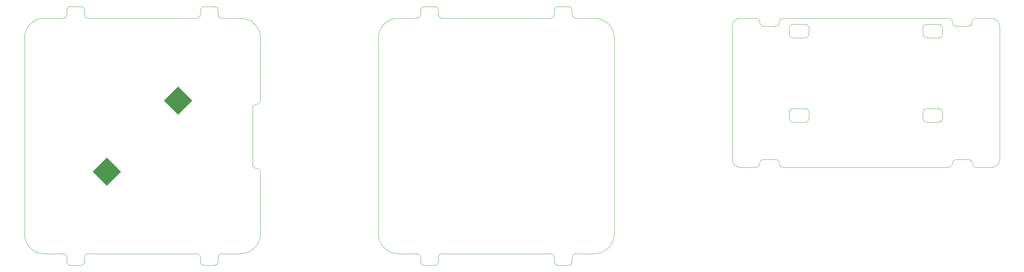
<source format=gbp>
%TF.GenerationSoftware,KiCad,Pcbnew,7.0.2*%
%TF.CreationDate,2023-05-26T09:26:56+02:00*%
%TF.ProjectId,kleinvoet,6b6c6569-6e76-46f6-9574-2e6b69636164,C*%
%TF.SameCoordinates,Original*%
%TF.FileFunction,Paste,Bot*%
%TF.FilePolarity,Positive*%
%FSLAX46Y46*%
G04 Gerber Fmt 4.6, Leading zero omitted, Abs format (unit mm)*
G04 Created by KiCad (PCBNEW 7.0.2) date 2023-05-26 09:26:56*
%MOMM*%
%LPD*%
G01*
G04 APERTURE LIST*
G04 Aperture macros list*
%AMRotRect*
0 Rectangle, with rotation*
0 The origin of the aperture is its center*
0 $1 length*
0 $2 width*
0 $3 Rotation angle, in degrees counterclockwise*
0 Add horizontal line*
21,1,$1,$2,0,0,$3*%
G04 Aperture macros list end*
%ADD10RotRect,5.100000X5.100000X45.000000*%
%TA.AperFunction,Profile*%
%ADD11C,0.050000*%
%TD*%
G04 APERTURE END LIST*
D10*
%TO.C,BT301*%
X44949033Y-71092211D03*
X63050967Y-52990277D03*
%TD*%
D11*
X169000000Y-92000000D02*
G75*
G03*
X174000000Y-87000000I0J5000000D01*
G01*
X174000000Y-37000000D02*
G75*
G03*
X169000000Y-32000000I-5000000J0D01*
G01*
X174000000Y-87000000D02*
X174000000Y-37000000D01*
X169000000Y-32000000D02*
X164500000Y-32000000D01*
X114000000Y-87000000D02*
G75*
G03*
X119000000Y-92000000I5000000J0D01*
G01*
X119000000Y-32000000D02*
G75*
G03*
X114000000Y-37000000I0J-5000000D01*
G01*
X164500000Y-92000000D02*
X169000000Y-92000000D01*
X33500000Y-32000000D02*
X29000000Y-32000000D01*
X24000000Y-37000000D02*
X24000000Y-87000000D01*
X79000000Y-92000000D02*
G75*
G03*
X84000000Y-87000000I0J5000000D01*
G01*
X24000000Y-87000000D02*
G75*
G03*
X29000000Y-92000000I5000000J0D01*
G01*
X29000000Y-32000000D02*
G75*
G03*
X24000000Y-37000000I0J-5000000D01*
G01*
X29000000Y-92000000D02*
X33500000Y-92000000D01*
X83999937Y-36975063D02*
G75*
G03*
X79000001Y-31975063I-4999937J63D01*
G01*
X124750000Y-93000000D02*
X124750000Y-94000000D01*
X129250000Y-93000000D02*
X129250000Y-94000000D01*
X130500000Y-92000000D02*
X130250000Y-92000000D01*
X123750000Y-92000000D02*
X123500000Y-92000000D01*
X74500000Y-92000000D02*
X74250000Y-92000000D01*
X124750000Y-93000000D02*
G75*
G03*
X123750000Y-92000000I-1000000J0D01*
G01*
X130250000Y-92000000D02*
G75*
G03*
X129250000Y-93000000I0J-1000000D01*
G01*
X123500000Y-92000000D02*
X119000000Y-92000000D01*
X128250000Y-95000000D02*
G75*
G03*
X129250000Y-94000000I0J1000000D01*
G01*
X74250000Y-92000000D02*
G75*
G03*
X73250000Y-93000000I0J-1000000D01*
G01*
X68750000Y-93000000D02*
G75*
G03*
X67750000Y-92000000I-1000000J0D01*
G01*
X68750000Y-94000000D02*
G75*
G03*
X69750000Y-95000000I1000000J0D01*
G01*
X72250000Y-95000000D02*
X69750000Y-95000000D01*
X72250000Y-95000000D02*
G75*
G03*
X73250000Y-94000000I0J1000000D01*
G01*
X68750000Y-93000000D02*
X68750000Y-94000000D01*
X73250000Y-93000000D02*
X73250000Y-94000000D01*
X157500000Y-92000000D02*
X130500000Y-92000000D01*
X40201249Y-92000000D02*
X67750000Y-92000000D01*
X74500000Y-92000000D02*
X79000000Y-92000000D01*
X40500000Y-32000000D02*
X67500000Y-32000000D01*
X74500000Y-32000000D02*
X79000001Y-31975063D01*
X157500000Y-32000000D02*
X130500000Y-32000000D01*
X123500000Y-32000000D02*
X119000000Y-32000000D01*
X114000000Y-37000000D02*
X114000000Y-87000000D01*
X84000000Y-71250000D02*
X84000000Y-87000000D01*
X128250000Y-95000000D02*
X125750000Y-95000000D01*
X257500000Y-34500000D02*
G75*
G03*
X256500000Y-33500000I-1000000J0D01*
G01*
X260000000Y-33000000D02*
G75*
G03*
X261000000Y-34000000I1000000J0D01*
G01*
X253500000Y-58500000D02*
X256500000Y-58500000D01*
X211000000Y-33000000D02*
G75*
G03*
X212000000Y-34000000I1000000J0D01*
G01*
X82000000Y-69250000D02*
G75*
G03*
X83000000Y-70250000I1000000J0D01*
G01*
X162250000Y-95000000D02*
G75*
G03*
X163250000Y-94000000I0J1000000D01*
G01*
X158750000Y-31000000D02*
X158750000Y-30000000D01*
X73250000Y-30000000D02*
G75*
G03*
X72250000Y-29000000I-1000000J0D01*
G01*
X163250000Y-93000000D02*
X163250000Y-94000000D01*
X218500000Y-56000000D02*
X218500000Y-57500000D01*
X35750000Y-29000000D02*
G75*
G03*
X34750000Y-30000000I0J-1000000D01*
G01*
X157750000Y-92000000D02*
X157500000Y-92000000D01*
X74250000Y-32000000D02*
X74500000Y-32000000D01*
X222500000Y-58500000D02*
G75*
G03*
X223500000Y-57500000I0J1000000D01*
G01*
X272000000Y-55000000D02*
X272000000Y-34000000D01*
X264000000Y-34000000D02*
G75*
G03*
X265000000Y-33000000I0J1000000D01*
G01*
X252500000Y-56000000D02*
X252500000Y-57500000D01*
X39250000Y-93000000D02*
X39250000Y-94000000D01*
X252500000Y-57500000D02*
G75*
G03*
X253500000Y-58500000I1000000J0D01*
G01*
X157500000Y-32000000D02*
X157750000Y-32000000D01*
X163250000Y-30000000D02*
G75*
G03*
X162250000Y-29000000I-1000000J0D01*
G01*
X67750000Y-32000000D02*
G75*
G03*
X68750000Y-31000000I0J1000000D01*
G01*
X270000000Y-70000000D02*
G75*
G03*
X272000000Y-68000000I0J2000000D01*
G01*
X223500000Y-56000000D02*
G75*
G03*
X222500000Y-55000000I-1000000J0D01*
G01*
X34750000Y-31000000D02*
X34750000Y-30000000D01*
X35750000Y-29000000D02*
X38250000Y-29000000D01*
X222500000Y-33500000D02*
X219500000Y-33500000D01*
X33500000Y-32000000D02*
X33750000Y-32000000D01*
X272000000Y-68000000D02*
X272000000Y-55000000D01*
X34750000Y-93000000D02*
G75*
G03*
X33750000Y-92000000I-1000000J0D01*
G01*
X33750000Y-92000000D02*
X33500000Y-92000000D01*
X261000000Y-34000000D02*
X264000000Y-34000000D01*
X40201249Y-91999999D02*
G75*
G03*
X39250000Y-93000000I24351J-975601D01*
G01*
X38250000Y-95000000D02*
X35750000Y-95000000D01*
X158750000Y-93000000D02*
G75*
G03*
X157750000Y-92000000I-1000000J0D01*
G01*
X212000000Y-34000000D02*
X215000000Y-34000000D01*
X252500000Y-34500000D02*
X252500000Y-36000000D01*
X222500000Y-55000000D02*
X219500000Y-55000000D01*
X212000000Y-68000000D02*
G75*
G03*
X211000000Y-69000000I0J-1000000D01*
G01*
X219500000Y-58500000D02*
X222500000Y-58500000D01*
X223500000Y-57500000D02*
X223500000Y-56000000D01*
X257500000Y-36000000D02*
X257500000Y-34500000D01*
X264000000Y-68000000D02*
X261000000Y-68000000D01*
X253500000Y-37000000D02*
X256500000Y-37000000D01*
X129250000Y-31000000D02*
G75*
G03*
X130250000Y-32000000I1000000J0D01*
G01*
X129250000Y-30000000D02*
G75*
G03*
X128250000Y-29000000I-1000000J0D01*
G01*
X34750000Y-94000000D02*
G75*
G03*
X35750000Y-95000000I1000000J0D01*
G01*
X83000000Y-53925000D02*
G75*
G03*
X84000000Y-52925000I0J1000000D01*
G01*
X223500000Y-34500000D02*
G75*
G03*
X222500000Y-33500000I-1000000J0D01*
G01*
X216000000Y-69000000D02*
G75*
G03*
X217000000Y-70000000I1000000J0D01*
G01*
X163250000Y-31000000D02*
G75*
G03*
X164250000Y-32000000I1000000J0D01*
G01*
X204000000Y-68000000D02*
G75*
G03*
X206000000Y-70000000I2000000J0D01*
G01*
X39250000Y-31000000D02*
X39250000Y-30000000D01*
X265000000Y-69000000D02*
G75*
G03*
X266000000Y-70000000I1000000J0D01*
G01*
X266000000Y-32000000D02*
G75*
G03*
X265000000Y-33000000I0J-1000000D01*
G01*
X219500000Y-33500000D02*
G75*
G03*
X218500000Y-34500000I0J-1000000D01*
G01*
X256500000Y-37000000D02*
G75*
G03*
X257500000Y-36000000I0J1000000D01*
G01*
X265000000Y-69000000D02*
G75*
G03*
X264000000Y-68000000I-1000000J0D01*
G01*
X163250000Y-31000000D02*
X163250000Y-30000000D01*
X84000000Y-71250000D02*
G75*
G03*
X83000000Y-70250000I-1000000J0D01*
G01*
X252500000Y-36000000D02*
G75*
G03*
X253500000Y-37000000I1000000J0D01*
G01*
X67500000Y-32000000D02*
X67750000Y-32000000D01*
X40250000Y-32000000D02*
X40500000Y-32000000D01*
X125750000Y-29000000D02*
G75*
G03*
X124750000Y-30000000I0J-1000000D01*
G01*
X253500000Y-55000000D02*
G75*
G03*
X252500000Y-56000000I0J-1000000D01*
G01*
X217000000Y-70000000D02*
X259000000Y-70000000D01*
X83000000Y-53925000D02*
G75*
G03*
X82000000Y-54925000I0J-1000000D01*
G01*
X130250000Y-32000000D02*
X130500000Y-32000000D01*
X129250000Y-31000000D02*
X129250000Y-30000000D01*
X259000000Y-32000000D02*
X217000000Y-32000000D01*
X217000000Y-32000000D02*
G75*
G03*
X216000000Y-33000000I0J-1000000D01*
G01*
X257500000Y-56000000D02*
G75*
G03*
X256500000Y-55000000I-1000000J0D01*
G01*
X257500000Y-57500000D02*
X257500000Y-56000000D01*
X159750000Y-29000000D02*
X162250000Y-29000000D01*
X69750000Y-29000000D02*
X72250000Y-29000000D01*
X219500000Y-37000000D02*
X222500000Y-37000000D01*
X210000000Y-70000000D02*
X206000000Y-70000000D01*
X158750000Y-94000000D02*
G75*
G03*
X159750000Y-95000000I1000000J0D01*
G01*
X218500000Y-57500000D02*
G75*
G03*
X219500000Y-58500000I1000000J0D01*
G01*
X256500000Y-33500000D02*
X253500000Y-33500000D01*
X123500000Y-32000000D02*
X123750000Y-32000000D01*
X222500000Y-37000000D02*
G75*
G03*
X223500000Y-36000000I0J1000000D01*
G01*
X206000000Y-32000000D02*
G75*
G03*
X204000000Y-34000000I0J-2000000D01*
G01*
X34750000Y-93000000D02*
X34750000Y-94000000D01*
X215000000Y-34000000D02*
G75*
G03*
X216000000Y-33000000I0J1000000D01*
G01*
X39250000Y-31000000D02*
G75*
G03*
X40250000Y-32000000I1000000J0D01*
G01*
X84000000Y-52925000D02*
X84000000Y-36975063D01*
X259000000Y-70000000D02*
G75*
G03*
X260000000Y-69000000I0J1000000D01*
G01*
X123750000Y-32000000D02*
G75*
G03*
X124750000Y-31000000I0J1000000D01*
G01*
X73250000Y-31000000D02*
X73250000Y-30000000D01*
X272000000Y-34000000D02*
G75*
G03*
X270000000Y-32000000I-2000000J0D01*
G01*
X256500000Y-58500000D02*
G75*
G03*
X257500000Y-57500000I0J1000000D01*
G01*
X218500000Y-36000000D02*
G75*
G03*
X219500000Y-37000000I1000000J0D01*
G01*
X68750000Y-31000000D02*
X68750000Y-30000000D01*
X39250000Y-30000000D02*
G75*
G03*
X38250000Y-29000000I-1000000J0D01*
G01*
X215000000Y-68000000D02*
X212000000Y-68000000D01*
X270000000Y-70000000D02*
X266000000Y-70000000D01*
X33750000Y-32000000D02*
G75*
G03*
X34750000Y-31000000I0J1000000D01*
G01*
X164500000Y-92000000D02*
X164250000Y-92000000D01*
X210000000Y-70000000D02*
G75*
G03*
X211000000Y-69000000I0J1000000D01*
G01*
X73250000Y-31000000D02*
G75*
G03*
X74250000Y-32000000I1000000J0D01*
G01*
X223500000Y-36000000D02*
X223500000Y-34500000D01*
X124750000Y-94000000D02*
G75*
G03*
X125750000Y-95000000I1000000J0D01*
G01*
X219500000Y-55000000D02*
G75*
G03*
X218500000Y-56000000I0J-1000000D01*
G01*
X210000000Y-32000000D02*
X206000000Y-32000000D01*
X260000000Y-33000000D02*
G75*
G03*
X259000000Y-32000000I-1000000J0D01*
G01*
X164250000Y-32000000D02*
X164500000Y-32000000D01*
X256500000Y-55000000D02*
X253500000Y-55000000D01*
X253500000Y-33500000D02*
G75*
G03*
X252500000Y-34500000I0J-1000000D01*
G01*
X82000000Y-54925000D02*
X82000000Y-69250000D01*
X125750000Y-29000000D02*
X128250000Y-29000000D01*
X159750000Y-29000000D02*
G75*
G03*
X158750000Y-30000000I0J-1000000D01*
G01*
X124750000Y-31000000D02*
X124750000Y-30000000D01*
X211000000Y-33000000D02*
G75*
G03*
X210000000Y-32000000I-1000000J0D01*
G01*
X204000000Y-34000000D02*
X204000000Y-68000000D01*
X38250000Y-95000000D02*
G75*
G03*
X39250000Y-94000000I0J1000000D01*
G01*
X216000000Y-69000000D02*
G75*
G03*
X215000000Y-68000000I-1000000J0D01*
G01*
X164250000Y-92000000D02*
G75*
G03*
X163250000Y-93000000I0J-1000000D01*
G01*
X218500000Y-34500000D02*
X218500000Y-36000000D01*
X157750000Y-32000000D02*
G75*
G03*
X158750000Y-31000000I0J1000000D01*
G01*
X266000000Y-32000000D02*
X270000000Y-32000000D01*
X158750000Y-93000000D02*
X158750000Y-94000000D01*
X69750000Y-29000000D02*
G75*
G03*
X68750000Y-30000000I0J-1000000D01*
G01*
X162250000Y-95000000D02*
X159750000Y-95000000D01*
X261000000Y-68000000D02*
G75*
G03*
X260000000Y-69000000I0J-1000000D01*
G01*
M02*

</source>
